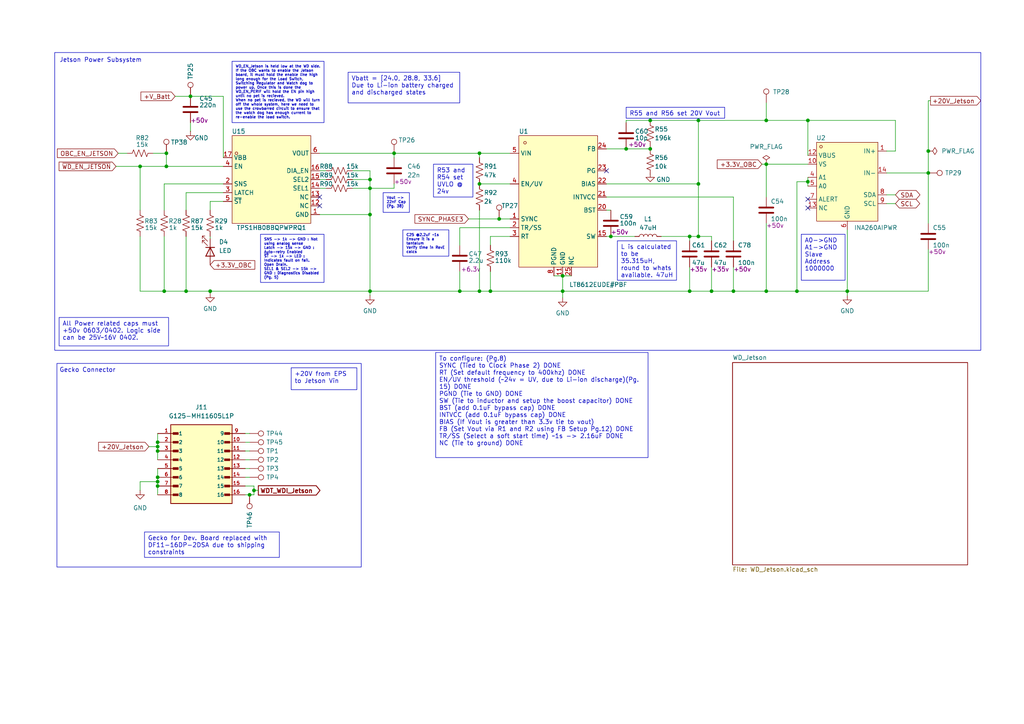
<source format=kicad_sch>
(kicad_sch (version 20250114) (generator "eeschema") (generator_version "9.0")
  (paper "A4")
  (lib_symbols
    (symbol "Device:C" (pin_numbers (hide yes)) (pin_names (offset 0.254))
      (property "Reference" "C" (at 0.635 2.54 0))
      (property "Value" "C" (at 0.635 -2.54 0))
      (symbol "C_0_1"
        (polyline (pts (xy -2.032 0.762) (xy 2.032 0.762)) (stroke (width 0.508)))
        (polyline (pts (xy -2.032 -0.762) (xy 2.032 -0.762)) (stroke (width 0.508)))
      )
      (symbol "C_1_1"
        (pin passive line (at 0 3.81 270) (length 2.794) (name "~") (number "1"))
        (pin passive line (at 0 -3.81 90) (length 2.794) (name "~") (number "2"))
      )
    )
    (symbol "Device:L" (pin_numbers (hide yes)) (pin_names (offset 1.016) (hide yes))
      (property "Reference" "L" (at -1.27 0 90))
      (property "Value" "L" (at 1.905 0 90))
      (symbol "L_0_1"
        (arc (start 0 2.54) (mid 0.6323 1.905) (end 0 1.27))
        (arc (start 0 1.27) (mid 0.6323 0.635) (end 0 0))
        (arc (start 0 0) (mid 0.6323 -0.635) (end 0 -1.27))
        (arc (start 0 -1.27) (mid 0.6323 -1.905) (end 0 -2.54))
      )
      (symbol "L_1_1"
        (pin passive line (at 0 3.81 270) (length 1.27) (name "1") (number "1"))
        (pin passive line (at 0 -3.81 90) (length 1.27) (name "2") (number "2"))
      )
    )
    (symbol "Device:LED" (pin_numbers (hide yes)) (pin_names (offset 1.016) (hide yes))
      (property "Reference" "D" (at 0 2.54 0))
      (property "Value" "LED" (at 0 -2.54 0))
      (symbol "LED_0_1"
        (polyline (pts (xy -3.048 -0.762) (xy -4.572 -2.286) (xy -3.81 -2.286) (xy -4.572 -2.286) (xy -4.572 -1.524)))
        (polyline (pts (xy -1.778 -0.762) (xy -3.302 -2.286) (xy -2.54 -2.286) (xy -3.302 -2.286) (xy -3.302 -1.524)))
        (polyline (pts (xy -1.27 0) (xy 1.27 0)))
        (polyline (pts (xy -1.27 -1.27) (xy -1.27 1.27)) (stroke (width 0.254)))
        (polyline (pts (xy 1.27 -1.27) (xy 1.27 1.27) (xy -1.27 0) (xy 1.27 -1.27)) (stroke (width 0.254)))
      )
      (symbol "LED_1_1"
        (pin passive line (at -3.81 0 0) (length 2.54) (name "K") (number "1"))
        (pin passive line (at 3.81 0 180) (length 2.54) (name "A") (number "2"))
      )
    )
    (symbol "Device:R_US" (pin_numbers (hide yes)) (pin_names (offset 0))
      (property "Reference" "R" (at 2.54 0 90))
      (property "Value" "R_US" (at -2.54 0 90))
      (symbol "R_US_0_1"
        (polyline (pts (xy 0 2.286) (xy 0 2.54)))
        (polyline (pts (xy 0 2.286) (xy 1.016 1.905) (xy 0 1.524) (xy -1.016 1.143) (xy 0 0.762)))
        (polyline (pts (xy 0 0.762) (xy 1.016 0.381) (xy 0 0) (xy -1.016 -0.381) (xy 0 -0.762)))
        (polyline (pts (xy 0 -0.762) (xy 1.016 -1.143) (xy 0 -1.524) (xy -1.016 -1.905) (xy 0 -2.286)))
        (polyline (pts (xy 0 -2.286) (xy 0 -2.54)))
      )
      (symbol "R_US_1_1"
        (pin passive line (at 0 3.81 270) (length 1.27) (name "~") (number "1"))
        (pin passive line (at 0 -3.81 90) (length 1.27) (name "~") (number "2"))
      )
    )
    (symbol "EPS:G125-MH11605L1P" (pin_names (offset 1.016))
      (property "Reference" "J" (at -9.39 12.7 0))
      (property "Value" "G125-MH11605L1P" (at -8.89 -12.7 0))
      (symbol "G125-MH11605L1P_0_0"
        (rectangle (start -8.89 -10.16) (end 8.89 12.7) (stroke (width 0.254)) (fill (type background)))
        (rectangle (start -8.255 9.8425) (end -6.6675 10.4775) (stroke (width 0.1)) (fill (type outline)))
        (rectangle (start -8.255 7.3025) (end -6.6675 7.9375) (stroke (width 0.1)) (fill (type outline)))
        (rectangle (start -8.255 4.7625) (end -6.6675 5.3975) (stroke (width 0.1)) (fill (type outline)))
        (rectangle (start -8.255 2.2225) (end -6.6675 2.8575) (stroke (width 0.1)) (fill (type outline)))
        (rectangle (start -8.255 -0.3175) (end -6.6675 0.3175) (stroke (width 0.1)) (fill (type outline)))
        (rectangle (start -8.255 -2.8575) (end -6.6675 -2.2225) (stroke (width 0.1)) (fill (type outline)))
        (rectangle (start -8.255 -5.3975) (end -6.6675 -4.7625) (stroke (width 0.1)) (fill (type outline)))
        (rectangle (start -8.255 -7.9375) (end -6.6675 -7.3025) (stroke (width 0.1)) (fill (type outline)))
        (rectangle (start 8.255 9.8425) (end 6.6675 10.4775) (stroke (width 0.1)) (fill (type outline)))
        (rectangle (start 8.255 7.3025) (end 6.6675 7.9375) (stroke (width 0.1)) (fill (type outline)))
        (rectangle (start 8.255 4.7625) (end 6.6675 5.3975) (stroke (width 0.1)) (fill (type outline)))
        (rectangle (start 8.255 2.2225) (end 6.6675 2.8575) (stroke (width 0.1)) (fill (type outline)))
        (rectangle (start 8.255 -0.3175) (end 6.6675 0.3175) (stroke (width 0.1)) (fill (type outline)))
        (rectangle (start 8.255 -2.8575) (end 6.6675 -2.2225) (stroke (width 0.1)) (fill (type outline)))
        (rectangle (start 8.255 -5.3975) (end 6.6675 -4.7625) (stroke (width 0.1)) (fill (type outline)))
        (rectangle (start 8.255 -7.9375) (end 6.6675 -7.3025) (stroke (width 0.1)) (fill (type outline)))
        (pin passive line (at -12.7 10.16 0) (length 5.08) (name "1") (number "1"))
        (pin passive line (at -12.7 7.62 0) (length 5.08) (name "2") (number "2"))
        (pin passive line (at -12.7 5.08 0) (length 5.08) (name "3") (number "3"))
        (pin passive line (at -12.7 2.54 0) (length 5.08) (name "4") (number "4"))
        (pin passive line (at -12.7 0 0) (length 5.08) (name "5") (number "5"))
        (pin passive line (at -12.7 -2.54 0) (length 5.08) (name "6") (number "6"))
        (pin passive line (at -12.7 -5.08 0) (length 5.08) (name "7") (number "7"))
        (pin passive line (at -12.7 -7.62 0) (length 5.08) (name "8") (number "8"))
        (pin passive line (at 12.7 10.16 180) (length 5.08) (name "9") (number "9"))
        (pin passive line (at 12.7 7.62 180) (length 5.08) (name "10") (number "10"))
        (pin passive line (at 12.7 5.08 180) (length 5.08) (name "11") (number "11"))
        (pin passive line (at 12.7 2.54 180) (length 5.08) (name "12") (number "12"))
        (pin passive line (at 12.7 0 180) (length 5.08) (name "13") (number "13"))
        (pin passive line (at 12.7 -2.54 180) (length 5.08) (name "14") (number "14"))
        (pin passive line (at 12.7 -5.08 180) (length 5.08) (name "15") (number "15"))
        (pin passive line (at 12.7 -7.62 180) (length 5.08) (name "16") (number "16"))
      )
    )
    (symbol "EPS:INA260AIPWR"
      (property "Reference" "U" (at 0 13.97 0))
      (property "Value" "INA260AIPWR" (at 8.128 -12.954 0))
      (symbol "INA260AIPWR_0_1"
        (rectangle (start -8.89 11.43) (end 8.89 -11.43) (fill (type background)))
        (circle (center -7.62 10.16) (radius 0.38))
      )
      (symbol "INA260AIPWR_1_1"
        (pin passive line (at -11.43 7.62 0) (length 2.54) (name "VBUS") (number "12"))
        (pin passive line (at -11.43 5.08 0) (length 2.54) (name "VS") (number "10"))
        (pin passive line (at -11.43 1.27 0) (length 2.54) (name "A1") (number "4"))
        (pin passive line (at -11.43 -1.27 0) (length 2.54) (name "A0") (number "5"))
        (pin passive line (at -11.43 -5.08 0) (length 2.54) (name "ALERT") (number "7"))
        (pin passive line (at -11.43 -7.62 0) (length 2.54) (name "NC") (number "13"))
        (pin passive line (at 0 -13.97 90) (length 2.54) (name "GND") (number "6"))
        (pin passive line (at 11.43 8.89 180) (length 2.54) (name "IN+") (number "1"))
        (pin passive line (at 11.43 2.54 180) (length 2.54) (name "IN-") (number "14"))
        (pin passive line (at 11.43 -3.81 180) (length 2.54) (name "SDA") (number "8"))
        (pin passive line (at 11.43 -6.35 180) (length 2.54) (name "SCL") (number "9"))
      )
    )
    (symbol "EPS:LT8612EUDE#PBF"
      (property "Reference" "U" (at -1.27 24.13 0))
      (property "Value" "LT8612EUDE#PBF" (at 0 -29.21 0))
      (symbol "LT8612EUDE#PBF_0_1"
        (rectangle (start -11.43 16.51) (end 11.43 -21.59) (fill (type background)))
        (circle (center -9.652 14.478) (radius 0.38))
      )
      (symbol "LT8612EUDE#PBF_1_1"
        (pin passive line (at -13.97 11.43 0) (length 2.54) (name "VIN") (number "5"))
        (pin passive line (at -13.97 2.54 0) (length 2.54) (name "EN/UV") (number "4"))
        (pin passive line (at -13.97 -7.62 0) (length 2.54) (name "SYNC") (number "1"))
        (pin passive line (at -13.97 -10.16 0) (length 2.54) (name "TR/SS") (number "2"))
        (pin passive line (at -13.97 -12.7 0) (length 2.54) (name "RT") (number "3"))
        (pin passive line (at -1.27 -24.13 90) (length 2.54) (name "PGND") (number "8"))
        (pin passive line (at 1.27 -24.13 90) (length 2.54) (name "GND") (number "11"))
        (pin passive line (at 3.81 -24.13 90) (length 2.54) (name "NC") (number "25"))
        (pin passive line (at 13.97 12.7 180) (length 2.54) (name "FB") (number "24"))
        (pin passive line (at 13.97 6.35 180) (length 2.54) (name "PG") (number "23"))
        (pin passive line (at 13.97 2.54 180) (length 2.54) (name "BIAS") (number "22"))
        (pin passive line (at 13.97 -1.27 180) (length 2.54) (name "INTVCC") (number "21"))
        (pin passive line (at 13.97 -5.08 180) (length 2.54) (name "BST") (number "20"))
        (pin passive line (at 13.97 -12.7 180) (length 2.54) (name "SW") (number "15"))
      )
    )
    (symbol "EPS:TPS1HB08BQPWPRQ1"
      (property "Reference" "U" (at 0 15.24 0))
      (property "Value" "TPS1HB08BQPWPRQ1" (at 0 -15.24 0))
      (symbol "TPS1HB08BQPWPRQ1_0_1"
        (rectangle (start -11.43 12.7) (end 11.43 -12.7) (fill (type background)))
        (circle (center -10.16 7.62) (radius 0.38))
      )
      (symbol "TPS1HB08BQPWPRQ1_1_1"
        (pin passive line (at -13.97 6.35 0) (length 2.54) (name "VBB") (number "17"))
        (pin passive line (at -13.97 3.81 0) (length 2.54) (name "EN") (number "4"))
        (pin passive line (at -13.97 -1.27 0) (length 2.54) (name "SNS") (number "2"))
        (pin passive line (at -13.97 -3.81 0) (length 2.54) (name "LATCH") (number "3"))
        (pin passive line (at -13.97 -6.35 0) (length 2.54) (name "~{ST}") (number "5"))
        (pin passive line (at 13.97 7.62 180) (length 2.54) (name "VOUT") (number "6"))
        (pin passive line (at 13.97 2.54 180) (length 2.54) (name "DIA_EN") (number "16"))
        (pin passive line (at 13.97 0 180) (length 2.54) (name "SEL2") (number "15"))
        (pin passive line (at 13.97 -2.54 180) (length 2.54) (name "SEL1") (number "14"))
        (pin passive line (at 13.97 -5.08 180) (length 2.54) (name "NC") (number "13"))
        (pin passive line (at 13.97 -7.62 180) (length 2.54) (name "NC") (number "12"))
        (pin passive line (at 13.97 -10.16 180) (length 2.54) (name "GND") (number "1"))
      )
    )
    (symbol "EPS:TestPoint" (pin_numbers (hide yes)) (pin_names (offset 0.762) (hide yes))
      (property "Reference" "TP" (at 0 6.858 0))
      (property "Value" "TestPoint" (at 0 5.08 0))
      (symbol "TestPoint_0_1"
        (circle (center 0 3.302) (radius 0.762))
      )
      (symbol "TestPoint_1_1"
        (pin passive line (at 0 0 90) (length 2.54) (name "1") (number "1"))
      )
    )
    (symbol "power:GND" (power) (pin_numbers (hide yes)) (pin_names (offset 0) (hide yes))
      (property "Value" "GND" (at 0 -3.81 0))
      (symbol "GND_0_1"
        (polyline (pts (xy 0 0) (xy 0 -1.27) (xy 1.27 -1.27) (xy 0 -2.54) (xy -1.27 -1.27) (xy 0 -1.27)))
      )
      (symbol "GND_1_1"
        (pin power_in line (at 0 0 270) (length 0) (name "~") (number "1"))
      )
    )
    (symbol "power:PWR_FLAG" (power) (pin_numbers (hide yes)) (pin_names (offset 0) (hide yes))
      (property "Value" "PWR_FLAG" (at 0 3.81 0))
      (symbol "PWR_FLAG_0_0"
        (pin power_out line (at 0 0 90) (length 0) (name "~") (number "1"))
      )
      (symbol "PWR_FLAG_0_1"
        (polyline (pts (xy 0 0) (xy 0 1.27) (xy -1.016 1.905) (xy 0 2.54) (xy 1.016 1.905) (xy 0 1.27)))
      )
    )
  )
  (rectangle (start 15.875 15.24) (end 284.48 101.6))
  (rectangle (start 16.51 105.41) (end 104.775 164.465))
  (text "Jetson Power Subsystem" (at 29.21 17.526 0) (effects (font (size 1.27 1.27))))
  (text "Gecko Connector" (at 25.4 107.442 0) (effects (font (size 1.27 1.27))))
  (text_box "Gecko for Dev. Board replaced with DF11-16DP-2DSA due to shipping constraints" (at 41.91 154.305 0) (size 39.116 7.366) (margins 0.9525 0.9525 0.9525 0.9525) (effects (font (size 1.27 1.27)) (justify left top)))
  (text_box "C25 @2.2uF ~1s\nEnsure it is a tantalum\nVerify time in RevE calcs" (at 116.84 66.675 0) (size 13.335 7.62) (margins 0.9525 0.9525 0.9525 0.9525) (effects (font (size 0.762 0.762)) (justify left top)))
  (text_box "To configure: (Pg.8)\nSYNC (Tied to Clock Phase 2) DONE\nRT (Set default frequency to 400khz) DONE\nEN/UV threshold (~24v = UV, due to Li-ion discharge)(Pg. 15) DONE\nPGND (Tie to GND) DONE\nSW (Tie to inductor and setup the boost capacitor) DONE\nBST (add 0.1uF bypass cap) DONE\nINTVCC (add 0.1uF bypass cap) DONE\nBIAS (If Vout is greater than 3.3v tie to vout)\nFB (Set Vout via R1 and R2 using FB Setup Pg.12) DONE\nTR/SS (Select a soft start time) ~1s -> 2.16uF DONE\nNC (Tie to ground) DONE" (at 126.365 102.235 0) (size 61.595 30.48) (margins 0.9525 0.9525 0.9525 0.9525) (effects (font (size 1.27 1.27)) (justify left top)))
  (text_box "SNS -> 1k -> GND : Not using analog sense\nLatch -> 15k -> GND : Auto-retry Enabled\n~{ST} -> 1k -> LED : Indicates fault on fail. Open Drain.\nSEL1 & SEL2 -> 15k -> GND : Diagnostics Disabled\n(Pg. 5)" (at 75.565 67.945 0) (size 18.415 13.97) (margins 0.9525 0.9525 0.9525 0.9525) (effects (font (size 0.762 0.762)) (justify left top)))
  (text_box "R53 and R54 set UVLO @ 24v" (at 125.73 47.625 0) (size 11.43 9.525) (margins 0.9525 0.9525 0.9525 0.9525) (effects (font (size 1.27 1.27)) (justify left top)))
  (text_box "R55 and R56 set 20V Vout" (at 181.61 31.115 0) (size 28.575 3.175) (margins 0.9525 0.9525 0.9525 0.9525) (effects (font (size 1.27 1.27)) (justify left top)))
  (text_box "A0->GND\nA1->GND\nSlave Address\n1000000" (at 232.41 67.945 0) (size 12.7 13.335) (margins 0.9525 0.9525 0.9525 0.9525) (effects (font (size 1.27 1.27)) (justify left top)))
  (text_box "Vout -> 22nF Cap\n(Pg. 38)" (at 111.125 55.88 0) (size 7.62 5.715) (margins 0.9525 0.9525 0.9525 0.9525) (effects (font (size 0.762 0.762)) (justify left top)))
  (text_box "Vbatt = [24.0, 28.8, 33.6] Due to Li-ion battery charged and discharged states" (at 100.965 20.955 0) (size 32.385 8.89) (margins 0.9525 0.9525 0.9525 0.9525) (effects (font (size 1.27 1.27)) (justify left top)))
  (text_box "WD_EN_Jetson is held low at the WD side. If the OBC wants to enable the Jetson board, it must hold the enable line high long enough for the Load Switch, Switching Regulator and Watch dog to power up. Once this is done the WD_EN_PERIF will hold the EN pin high until no pet is recieved.\nWhen no pet is recieved, the WD will turn off the whole system, here we need to use the crowbarred circuit to ensure that the watch dog has enough current to re-enable the load switch." (at 67.31 17.78 0) (size 26.67 17.78) (margins 0.9525 0.9525 0.9525 0.9525) (effects (font (size 0.762 0.762)) (justify left top)))
  (text_box "All Power related caps must +50v 0603/0402. Logic side can be 25V~16V 0402." (at 17.145 92.075 0) (size 31.75 8.255) (margins 0.9525 0.9525 0.9525 0.9525) (effects (font (size 1.27 1.27)) (justify left top)))
  (text_box "L is calculated to be 35.315uH, round to whats available. 47uH" (at 179.07 69.85 0) (size 17.145 11.43) (margins 0.9525 0.9525 0.9525 0.9525) (effects (font (size 1.27 1.27)) (justify left top)))
  (text_box "+20V from EPS to Jetson Vin" (at 84.455 106.68 0) (size 19.05 6.35) (margins 0.9525 0.9525 0.9525 0.9525) (effects (font (size 1.27 1.27)) (justify left top)))
  (junction (at 48.26 44.45))
  (junction (at 142.24 84.455))
  (junction (at 48.26 48.26))
  (junction (at 45.72 128.27))
  (junction (at 206.375 84.455))
  (junction (at 222.25 47.625))
  (junction (at 72.39 143.51))
  (junction (at 47.625 84.455))
  (junction (at 73.66 142.24))
  (junction (at 202.565 53.34))
  (junction (at 45.72 138.43))
  (junction (at 212.725 84.455))
  (junction (at 139.065 53.34))
  (junction (at 200.025 68.58))
  (junction (at 139.065 44.45))
  (junction (at 269.24 43.815))
  (junction (at 45.72 130.81))
  (junction (at 45.72 139.7))
  (junction (at 163.195 84.455))
  (junction (at 202.565 68.58))
  (junction (at 107.315 62.23))
  (junction (at 222.25 34.925))
  (junction (at 163.195 80.01))
  (junction (at 55.245 27.94))
  (junction (at 222.25 84.455))
  (junction (at 107.315 54.61))
  (junction (at 231.14 84.455))
  (junction (at 40.64 48.26))
  (junction (at 114.3 44.45))
  (junction (at 133.35 84.455))
  (junction (at 269.24 50.165))
  (junction (at 188.595 43.18))
  (junction (at 107.315 52.07))
  (junction (at 200.025 84.455))
  (junction (at 188.595 34.925))
  (junction (at 144.78 63.5))
  (junction (at 45.72 140.97))
  (junction (at 234.315 34.925))
  (junction (at 60.96 84.455))
  (junction (at 177.165 68.58))
  (junction (at 139.065 84.455))
  (junction (at 181.61 43.18))
  (junction (at 234.315 52.705))
  (junction (at 53.975 84.455))
  (junction (at 45.72 129.54))
  (junction (at 107.315 84.455))
  (junction (at 202.565 34.925))
  (junction (at 245.745 84.455))
  (no_connect (at 92.71 57.15))
  (no_connect (at 175.895 49.53))
  (no_connect (at 234.315 60.325))
  (no_connect (at 92.71 59.69))
  (no_connect (at 234.315 57.785))
  (wire (pts (xy 269.24 29.21) (xy 269.24 43.815)))
  (wire (pts (xy 222.25 64.77) (xy 222.25 84.455)))
  (wire (pts (xy 53.975 84.455) (xy 60.96 84.455)))
  (wire (pts (xy 202.565 68.58) (xy 206.375 68.58)))
  (wire (pts (xy 64.77 53.34) (xy 47.625 53.34)))
  (wire (pts (xy 92.71 54.61) (xy 94.615 54.61)))
  (wire (pts (xy 259.715 43.815) (xy 257.175 43.815)))
  (wire (pts (xy 45.72 129.54) (xy 45.72 130.81)))
  (wire (pts (xy 175.895 57.15) (xy 212.725 57.15)))
  (wire (pts (xy 40.64 84.455) (xy 47.625 84.455)))
  (wire (pts (xy 259.715 59.055) (xy 257.175 59.055)))
  (wire (pts (xy 259.715 34.925) (xy 259.715 43.815)))
  (wire (pts (xy 202.565 34.925) (xy 202.565 53.34)))
  (wire (pts (xy 48.26 48.26) (xy 64.77 48.26)))
  (wire (pts (xy 220.98 47.625) (xy 222.25 47.625)))
  (wire (pts (xy 212.725 84.455) (xy 222.25 84.455)))
  (wire (pts (xy 245.745 84.455) (xy 269.24 84.455)))
  (wire (pts (xy 47.625 84.455) (xy 53.975 84.455)))
  (wire (pts (xy 234.315 52.705) (xy 234.315 53.975)))
  (wire (pts (xy 45.72 125.73) (xy 45.72 128.27)))
  (wire (pts (xy 33.655 48.26) (xy 40.64 48.26)))
  (wire (pts (xy 142.24 84.455) (xy 163.195 84.455)))
  (wire (pts (xy 73.66 142.24) (xy 74.93 142.24)))
  (wire (pts (xy 163.195 84.455) (xy 163.195 80.01)))
  (wire (pts (xy 60.96 68.58) (xy 60.96 69.215)))
  (wire (pts (xy 92.71 52.07) (xy 94.615 52.07)))
  (wire (pts (xy 188.595 42.545) (xy 188.595 43.18)))
  (wire (pts (xy 107.315 62.23) (xy 107.315 84.455)))
  (wire (pts (xy 212.725 77.47) (xy 212.725 84.455)))
  (wire (pts (xy 45.72 130.81) (xy 45.72 133.35)))
  (wire (pts (xy 234.315 34.925) (xy 259.715 34.925)))
  (wire (pts (xy 163.195 84.455) (xy 163.195 86.36)))
  (wire (pts (xy 188.595 50.165) (xy 188.595 50.8)))
  (wire (pts (xy 55.245 27.94) (xy 50.8 27.94)))
  (wire (pts (xy 257.175 50.165) (xy 269.24 50.165)))
  (wire (pts (xy 107.315 84.455) (xy 133.35 84.455)))
  (wire (pts (xy 45.72 135.89) (xy 45.72 138.43)))
  (wire (pts (xy 202.565 34.925) (xy 222.25 34.925)))
  (wire (pts (xy 133.35 84.455) (xy 139.065 84.455)))
  (wire (pts (xy 142.24 68.58) (xy 147.955 68.58)))
  (wire (pts (xy 269.24 50.165) (xy 269.24 64.77)))
  (wire (pts (xy 142.24 84.455) (xy 142.24 78.74)))
  (wire (pts (xy 72.39 128.27) (xy 71.12 128.27)))
  (wire (pts (xy 36.83 44.45) (xy 34.29 44.45)))
  (wire (pts (xy 234.315 51.435) (xy 234.315 52.705)))
  (wire (pts (xy 139.065 84.455) (xy 142.24 84.455)))
  (wire (pts (xy 181.61 34.925) (xy 181.61 35.56)))
  (wire (pts (xy 114.3 44.45) (xy 114.3 45.72)))
  (wire (pts (xy 177.165 68.58) (xy 184.15 68.58)))
  (wire (pts (xy 245.745 84.455) (xy 245.745 85.725)))
  (wire (pts (xy 133.35 66.04) (xy 133.35 71.12)))
  (wire (pts (xy 107.315 49.53) (xy 107.315 52.07)))
  (wire (pts (xy 200.025 84.455) (xy 206.375 84.455)))
  (wire (pts (xy 71.12 130.81) (xy 72.39 130.81)))
  (wire (pts (xy 175.895 53.34) (xy 202.565 53.34)))
  (wire (pts (xy 269.24 43.815) (xy 269.24 50.165)))
  (wire (pts (xy 92.71 49.53) (xy 94.615 49.53)))
  (wire (pts (xy 175.895 43.18) (xy 181.61 43.18)))
  (wire (pts (xy 200.025 68.58) (xy 202.565 68.58)))
  (wire (pts (xy 142.24 68.58) (xy 142.24 71.12)))
  (wire (pts (xy 64.77 27.94) (xy 64.77 45.72)))
  (wire (pts (xy 114.3 54.61) (xy 114.3 53.34)))
  (wire (pts (xy 175.895 60.96) (xy 177.165 60.96)))
  (wire (pts (xy 144.78 63.5) (xy 147.955 63.5)))
  (wire (pts (xy 107.315 54.61) (xy 114.3 54.61)))
  (wire (pts (xy 45.72 140.97) (xy 45.72 143.51)))
  (wire (pts (xy 181.61 43.18) (xy 188.595 43.18)))
  (wire (pts (xy 163.195 84.455) (xy 200.025 84.455)))
  (wire (pts (xy 102.235 49.53) (xy 107.315 49.53)))
  (wire (pts (xy 200.025 84.455) (xy 200.025 77.47)))
  (wire (pts (xy 222.25 84.455) (xy 231.14 84.455)))
  (wire (pts (xy 73.66 143.51) (xy 72.39 143.51)))
  (wire (pts (xy 73.66 142.24) (xy 73.66 143.51)))
  (wire (pts (xy 188.595 34.925) (xy 202.565 34.925)))
  (wire (pts (xy 102.235 52.07) (xy 107.315 52.07)))
  (wire (pts (xy 55.245 27.94) (xy 64.77 27.94)))
  (wire (pts (xy 107.315 84.455) (xy 107.315 85.725)))
  (wire (pts (xy 222.25 34.925) (xy 234.315 34.925)))
  (wire (pts (xy 222.25 47.625) (xy 222.25 57.15)))
  (wire (pts (xy 71.12 135.89) (xy 72.39 135.89)))
  (wire (pts (xy 71.12 138.43) (xy 72.39 138.43)))
  (wire (pts (xy 231.14 52.705) (xy 231.14 84.455)))
  (wire (pts (xy 40.64 48.26) (xy 48.26 48.26)))
  (wire (pts (xy 72.39 125.73) (xy 71.12 125.73)))
  (wire (pts (xy 71.12 140.97) (xy 73.66 140.97)))
  (wire (pts (xy 163.195 80.01) (xy 165.735 80.01)))
  (wire (pts (xy 107.315 54.61) (xy 107.315 62.23)))
  (wire (pts (xy 47.625 68.58) (xy 47.625 84.455)))
  (wire (pts (xy 114.3 44.45) (xy 139.065 44.45)))
  (wire (pts (xy 231.14 84.455) (xy 245.745 84.455)))
  (wire (pts (xy 102.235 54.61) (xy 107.315 54.61)))
  (wire (pts (xy 43.18 129.54) (xy 45.72 129.54)))
  (wire (pts (xy 60.96 84.455) (xy 60.96 85.09)))
  (wire (pts (xy 45.72 138.43) (xy 45.72 139.7)))
  (wire (pts (xy 202.565 53.34) (xy 202.565 68.58)))
  (wire (pts (xy 44.45 44.45) (xy 48.26 44.45)))
  (wire (pts (xy 206.375 84.455) (xy 212.725 84.455)))
  (wire (pts (xy 139.065 53.34) (xy 147.955 53.34)))
  (wire (pts (xy 45.72 139.7) (xy 45.72 140.97)))
  (wire (pts (xy 222.25 34.925) (xy 222.25 29.845)))
  (wire (pts (xy 222.25 47.625) (xy 234.315 47.625)))
  (wire (pts (xy 139.065 45.72) (xy 139.065 44.45)))
  (wire (pts (xy 40.64 139.7) (xy 40.64 142.24)))
  (wire (pts (xy 73.66 140.97) (xy 73.66 142.24)))
  (wire (pts (xy 160.655 80.01) (xy 163.195 80.01)))
  (wire (pts (xy 175.895 68.58) (xy 177.165 68.58)))
  (wire (pts (xy 40.64 60.96) (xy 40.64 48.26)))
  (wire (pts (xy 212.725 57.15) (xy 212.725 69.85)))
  (wire (pts (xy 53.975 68.58) (xy 53.975 84.455)))
  (wire (pts (xy 269.24 84.455) (xy 269.24 72.39)))
  (wire (pts (xy 133.35 66.04) (xy 147.955 66.04)))
  (wire (pts (xy 71.12 133.35) (xy 72.39 133.35)))
  (wire (pts (xy 200.025 68.58) (xy 200.025 69.85)))
  (wire (pts (xy 191.77 68.58) (xy 200.025 68.58)))
  (wire (pts (xy 234.315 45.085) (xy 234.315 34.925)))
  (wire (pts (xy 48.26 44.45) (xy 48.26 48.26)))
  (wire (pts (xy 55.245 35.56) (xy 55.245 38.1)))
  (wire (pts (xy 53.975 60.96) (xy 53.975 55.88)))
  (wire (pts (xy 139.065 60.96) (xy 139.065 84.455)))
  (wire (pts (xy 71.12 143.51) (xy 72.39 143.51)))
  (wire (pts (xy 234.315 52.705) (xy 231.14 52.705)))
  (wire (pts (xy 60.96 58.42) (xy 64.77 58.42)))
  (wire (pts (xy 40.64 139.7) (xy 45.72 139.7)))
  (wire (pts (xy 269.875 29.21) (xy 269.24 29.21)))
  (wire (pts (xy 245.745 66.675) (xy 245.745 84.455)))
  (wire (pts (xy 92.71 44.45) (xy 114.3 44.45)))
  (wire (pts (xy 60.96 58.42) (xy 60.96 60.96)))
  (wire (pts (xy 92.71 62.23) (xy 107.315 62.23)))
  (wire (pts (xy 133.35 78.74) (xy 133.35 84.455)))
  (wire (pts (xy 206.375 68.58) (xy 206.375 69.85)))
  (wire (pts (xy 60.96 84.455) (xy 107.315 84.455)))
  (wire (pts (xy 53.975 55.88) (xy 64.77 55.88)))
  (wire (pts (xy 40.64 68.58) (xy 40.64 84.455)))
  (wire (pts (xy 139.065 44.45) (xy 147.955 44.45)))
  (wire (pts (xy 107.315 52.07) (xy 107.315 54.61)))
  (wire (pts (xy 188.595 34.925) (xy 181.61 34.925)))
  (wire (pts (xy 259.715 56.515) (xy 257.175 56.515)))
  (wire (pts (xy 45.72 128.27) (xy 45.72 129.54)))
  (wire (pts (xy 135.89 63.5) (xy 144.78 63.5)))
  (wire (pts (xy 206.375 77.47) (xy 206.375 84.455)))
  (wire (pts (xy 47.625 53.34) (xy 47.625 60.96)))
  (global_label "+3.3V_OBC" (shape input) (at 220.98 47.625 180) (property "Intersheetrefs" "${INTERSHEET_REFS}" (effects (hide yes))))
  (global_label "SYNC_PHASE3" (shape input) (at 135.89 63.5 180) (property "Intersheetrefs" "${INTERSHEET_REFS}" (effects (hide yes))))
  (global_label "SDA" (shape bidirectional) (at 259.715 56.515 0) (property "Intersheetrefs" "${INTERSHEET_REFS}" (effects (hide yes))))
  (global_label "SCL" (shape bidirectional) (at 259.715 59.055 0) (property "Intersheetrefs" "${INTERSHEET_REFS}" (effects (hide yes))))
  (global_label "+20V_Jetson" (shape output) (at 269.875 29.21 0) (property "Intersheetrefs" "${INTERSHEET_REFS}" (effects (hide yes))))
  (global_label "WDT_WDI_Jetson" (shape output) (at 74.93 142.24 0) (effects (font (thickness 0.254) (bold yes))) (property "Intersheetrefs" "${INTERSHEET_REFS}" (effects (hide yes))))
  (global_label "~{WD_EN_JETSON}" (shape input) (at 33.655 48.26 180) (property "Intersheetrefs" "${INTERSHEET_REFS}" (effects (hide yes))))
  (global_label "+20V_Jetson" (shape input) (at 43.18 129.54 180) (property "Intersheetrefs" "${INTERSHEET_REFS}" (effects (hide yes))))
  (global_label "OBC_EN_JETSON" (shape input) (at 34.29 44.45 180) (property "Intersheetrefs" "${INTERSHEET_REFS}" (effects (hide yes))))
  (global_label "+3.3V_OBC" (shape input) (at 60.96 76.835 0) (property "Intersheetrefs" "${INTERSHEET_REFS}" (effects (hide yes))))
  (global_label "+V_Batt" (shape input) (at 50.8 27.94 180) (property "Intersheetrefs" "${INTERSHEET_REFS}" (effects (hide yes))))
  (symbol (lib_id "EPS:TestPoint") (at 72.39 143.51 180) (unit 1)
    (property "Reference" "TP46" (at 72.39 148.336 90) (effects (justify left)))
    (property "Value" "TestPoint" (effects (hide yes)))
    (property "Footprint" "TestPoint:TestPoint_Pad_1.0x1.0mm" (effects (hide yes)))
    (property "Description" "test point" (effects (hide yes)))
  )
  (symbol (lib_id "power:GND") (at 60.96 85.09 0) (unit 1)
    (property "Reference" "#PWR07" (effects (hide yes)))
    (property "Value" "GND" (at 60.96 89.535 0))
    (property "Description" "Power symbol creates a global label with name \"GND\" , ground" (effects (hide yes)))
  )
  (symbol (lib_id "EPS:G125-MH11605L1P") (at 58.42 135.89 0) (unit 1)
    (property "Reference" "J11" (at 58.42 118.11 0))
    (property "Value" "G125-MH11605L1P" (at 58.42 120.65 0))
    (property "Footprint" "EPS:HARWIN_G125-MH11605L1P" (effects (hide yes)))
    (property "MANUFACTURER" "HARWIN" (effects (hide yes)))
  )
  (symbol (lib_id "power:PWR_FLAG") (at 269.24 43.815 270) (unit 1)
    (property "Reference" "#FLG06" (effects (hide yes)))
    (property "Value" "PWR_FLAG" (at 273.05 43.8149 90) (effects (justify left)))
    (property "Description" "Special symbol for telling ERC where power comes from" (effects (hide yes)))
  )
  (symbol (lib_id "Device:R_US") (at 98.425 52.07 90) (unit 1)
    (property "Reference" "R89" (at 94.615 50.8 90))
    (property "Value" "15k" (at 102.235 50.8 90))
    (property "Footprint" "EPS:R0402" (effects (hide yes)))
    (property "Description" "Resistor, US symbol" (effects (hide yes)))
    (property "LCSC" "C114761" (effects (hide yes)))
  )
  (symbol (lib_id "Device:C") (at 206.375 73.66 0) (unit 1)
    (property "Reference" "C62" (at 207.01 71.12 0) (effects (justify left)))
    (property "Value" "47u" (at 207.01 76.2 0) (effects (justify left)))
    (property "Footprint" "EPS:CAP-SMD_L7.3-W4.3-FD" (effects (hide yes)))
    (property "Description" "Unpolarized capacitor" (effects (hide yes)))
    (property "Voltage Rating" "+35v" (at 208.915 78.105 0))
    (property "LCSC" "C87110" (effects (hide yes)))
  )
  (symbol (lib_id "power:PWR_FLAG") (at 222.25 47.625 0) (unit 1)
    (property "Reference" "#FLG010" (effects (hide yes)))
    (property "Value" "PWR_FLAG" (at 222.25 42.545 0))
    (property "Description" "Special symbol for telling ERC where power comes from" (effects (hide yes)))
  )
  (symbol (lib_id "Device:C") (at 114.3 49.53 0) (unit 1)
    (property "Reference" "C46" (at 118.11 48.2599 0) (effects (justify left)))
    (property "Value" "22n" (at 118.11 50.7999 0) (effects (justify left)))
    (property "Footprint" "EPS:C0402" (effects (hide yes)))
    (property "Description" "Unpolarized capacitor" (effects (hide yes)))
    (property "Voltage Rating" "+50v" (at 116.84 52.705 0))
    (property "LCSC" "C77023" (effects (hide yes)))
  )
  (symbol (lib_id "Device:R_US") (at 139.065 49.53 0) (unit 1)
    (property "Reference" "R91" (at 140.335 48.26 0) (effects (justify left)))
    (property "Value" "47k" (at 140.335 50.8 0) (effects (justify left)))
    (property "Footprint" "EPS:R0402" (effects (hide yes)))
    (property "Description" "Resistor, US symbol" (effects (hide yes)))
    (property "LCSC" "C93943" (effects (hide yes)))
  )
  (symbol (lib_id "power:GND") (at 163.195 86.36 0) (unit 1)
    (property "Reference" "#PWR05" (effects (hide yes)))
    (property "Value" "GND" (at 163.195 90.805 0))
    (property "Description" "Power symbol creates a global label with name \"GND\" , ground" (effects (hide yes)))
  )
  (symbol (lib_id "Device:R_US") (at 139.065 57.15 0) (unit 1)
    (property "Reference" "R92" (at 140.335 55.88 0) (effects (justify left)))
    (property "Value" "2k" (at 140.335 58.42 0) (effects (justify left)))
    (property "Footprint" "EPS:R0402" (effects (hide yes)))
    (property "Description" "Resistor, US symbol" (effects (hide yes)))
    (property "LCSC" "C60488" (effects (hide yes)))
  )
  (symbol (lib_id "EPS:LT8612EUDE#PBF") (at 161.925 55.88 0) (unit 1)
    (property "Reference" "U1" (at 150.495 38.1 0) (effects (justify left)))
    (property "Value" "LT8612EUDE#PBF" (at 165.1 82.55 0) (effects (justify left)))
    (property "Footprint" "EPS:QFN-28_L6.0-W3.0-P0.50-BL-EP" (effects (hide yes)))
    (property "Datasheet" "https://jlcpcb.com/api/file/downloadByFileSystemAccessId/8589836477510287360" (effects (hide yes)))
    (property "Description" "42V, 6A, Step Down Regulator" (effects (hide yes)))
    (property "LCSC Part" "C580312" (effects (hide yes)))
  )
  (symbol (lib_id "Device:R_US") (at 188.595 46.99 0) (unit 1)
    (property "Reference" "R56" (at 189.865 45.72 0) (effects (justify left)))
    (property "Value" "10k" (at 189.865 48.26 0) (effects (justify left)))
    (property "Footprint" "EPS:R0402" (effects (hide yes)))
    (property "Description" "Resistor, US symbol" (effects (hide yes)))
    (property "LCSC" "C25531" (effects (hide yes)))
  )
  (symbol (lib_id "EPS:TestPoint") (at 72.39 138.43 270) (unit 1)
    (property "Reference" "TP4" (at 77.216 138.43 90) (effects (justify left)))
    (property "Value" "TestPoint" (effects (hide yes)))
    (property "Footprint" "TestPoint:TestPoint_Pad_1.0x1.0mm" (effects (hide yes)))
    (property "Description" "test point" (effects (hide yes)))
  )
  (symbol (lib_id "EPS:TestPoint") (at 72.39 133.35 270) (unit 1)
    (property "Reference" "TP2" (at 77.216 133.35 90) (effects (justify left)))
    (property "Value" "TestPoint" (effects (hide yes)))
    (property "Footprint" "TestPoint:TestPoint_Pad_1.0x1.0mm" (effects (hide yes)))
    (property "Description" "test point" (effects (hide yes)))
  )
  (symbol (lib_id "EPS:TestPoint") (at 114.3 44.45 0) (unit 1)
    (property "Reference" "TP26" (at 115.57 40.64 0) (effects (justify left)))
    (property "Value" "TestPoint" (effects (hide yes)))
    (property "Footprint" "TestPoint:TestPoint_Pad_1.0x1.0mm" (effects (hide yes)))
    (property "Description" "test point" (effects (hide yes)))
  )
  (symbol (lib_id "Device:C") (at 200.025 73.66 0) (unit 1)
    (property "Reference" "C61" (at 200.66 71.12 0) (effects (justify left)))
    (property "Value" "47u" (at 200.66 76.2 0) (effects (justify left)))
    (property "Footprint" "EPS:CAP-SMD_L7.3-W4.3-FD" (effects (hide yes)))
    (property "Description" "Unpolarized capacitor" (effects (hide yes)))
    (property "Voltage Rating" "+35v" (at 202.565 78.105 0))
    (property "LCSC" "C87110" (effects (hide yes)))
  )
  (symbol (lib_id "Device:C") (at 269.24 68.58 0) (unit 1)
    (property "Reference" "C55" (at 270.51 66.04 0) (effects (justify left)))
    (property "Value" "100n" (at 270.51 71.12 0) (effects (justify left)))
    (property "Footprint" "EPS:C0402" (effects (hide yes)))
    (property "Description" "Unpolarized capacitor" (effects (hide yes)))
    (property "Voltage Rating" "+50v" (at 271.78 73.025 0))
    (property "LCSC" "C85858" (effects (hide yes)))
  )
  (symbol (lib_id "Device:R_US") (at 98.425 54.61 90) (unit 1)
    (property "Reference" "R90" (at 94.615 53.34 90))
    (property "Value" "15k" (at 102.235 53.34 90))
    (property "Footprint" "EPS:R0402" (effects (hide yes)))
    (property "Description" "Resistor, US symbol" (effects (hide yes)))
    (property "LCSC" "C114761" (effects (hide yes)))
  )
  (symbol (lib_id "EPS:INA260AIPWR") (at 245.745 52.705 0) (unit 1)
    (property "Reference" "U2" (at 238.125 40.005 0))
    (property "Value" "INA260AIPWR" (at 254 66.04 0))
    (property "Footprint" "EPS:TSSOP-16_L5.0-W4.4-P0.65-LS6.4-BL-1" (effects (hide yes)))
    (property "Datasheet" "https://www.ti.com/lit/ds/symlink/ina260.pdf?ts=1748375218606&ref_url=https%253A%252F%252Fwww.google.com%252F" (effects (hide yes)))
    (property "Description" "Precision Digital Current and Power Monitor With Low-Drift, Precision Integrated Shunt" (effects (hide yes)))
    (property "LCSC Part" "C2155885" (effects (hide yes)))
  )
  (symbol (lib_id "EPS:TestPoint") (at 144.78 63.5 0) (unit 1)
    (property "Reference" "TP27" (at 145.415 59.69 0) (effects (justify left)))
    (property "Value" "TestPoint" (effects (hide yes)))
    (property "Footprint" "TestPoint:TestPoint_Pad_1.0x1.0mm" (effects (hide yes)))
    (property "Description" "test point" (effects (hide yes)))
  )
  (symbol (lib_id "Device:C") (at 212.725 73.66 0) (unit 1)
    (property "Reference" "C78" (at 213.995 71.12 0) (effects (justify left)))
    (property "Value" "100n" (at 213.995 76.2 0) (effects (justify left)))
    (property "Footprint" "EPS:C0402" (effects (hide yes)))
    (property "Description" "Unpolarized capacitor" (effects (hide yes)))
    (property "Voltage Rating" "+50v" (at 215.265 78.105 0))
    (property "LCSC" "C85858" (effects (hide yes)))
  )
  (symbol (lib_id "EPS:TestPoint") (at 72.39 125.73 270) (unit 1)
    (property "Reference" "TP44" (at 77.216 125.73 90) (effects (justify left)))
    (property "Value" "TestPoint" (effects (hide yes)))
    (property "Footprint" "TestPoint:TestPoint_Pad_1.0x1.0mm" (effects (hide yes)))
    (property "Description" "test point" (effects (hide yes)))
  )
  (symbol (lib_id "Device:L") (at 187.96 68.58 90) (unit 1)
    (property "Reference" "L1" (at 187.96 63.5 90))
    (property "Value" "47uH" (at 187.96 66.04 90))
    (property "Footprint" "EPS:IND-SMD_L10.7-W10.0_ETQP5MXXXX" (effects (hide yes)))
    (property "Description" "Inductor" (effects (hide yes)))
    (property "LCSC" "C409637" (effects (hide yes)))
  )
  (symbol (lib_id "EPS:TestPoint") (at 72.39 135.89 270) (unit 1)
    (property "Reference" "TP3" (at 77.216 135.89 90) (effects (justify left)))
    (property "Value" "TestPoint" (effects (hide yes)))
    (property "Footprint" "TestPoint:TestPoint_Pad_1.0x1.0mm" (effects (hide yes)))
    (property "Description" "test point" (effects (hide yes)))
  )
  (symbol (lib_id "power:GND") (at 107.315 85.725 0) (unit 1)
    (property "Reference" "#PWR03" (effects (hide yes)))
    (property "Value" "GND" (at 107.315 90.17 0))
    (property "Description" "Power symbol creates a global label with name \"GND\" , ground" (effects (hide yes)))
  )
  (symbol (lib_id "power:GND") (at 55.245 38.1 0) (unit 1)
    (property "Reference" "#PWR08" (effects (hide yes)))
    (property "Value" "GND" (at 58.42 40.005 0))
    (property "Description" "Power symbol creates a global label with name \"GND\" , ground" (effects (hide yes)))
  )
  (symbol (lib_id "EPS:TestPoint") (at 55.245 27.94 0) (mirror y) (unit 1)
    (property "Reference" "TP25" (at 55.245 23.114 90) (effects (justify left)))
    (property "Value" "TestPoint" (effects (hide yes)))
    (property "Footprint" "TestPoint:TestPoint_Pad_1.0x1.0mm" (effects (hide yes)))
    (property "Description" "test point" (effects (hide yes)))
  )
  (symbol (lib_id "Device:R_US") (at 40.64 44.45 270) (unit 1)
    (property "Reference" "R82" (at 41.275 40.005 90))
    (property "Value" "15k" (at 41.275 41.91 90))
    (property "Footprint" "EPS:R0402" (effects (hide yes)))
    (property "Description" "Resistor, US symbol" (effects (hide yes)))
    (property "LCSC" "C114761" (effects (hide yes)))
  )
  (symbol (lib_id "Device:R_US") (at 40.64 64.77 0) (unit 1)
    (property "Reference" "R83" (at 43.815 64.135 0))
    (property "Value" "15k" (at 43.815 66.04 0))
    (property "Footprint" "EPS:R0402" (effects (hide yes)))
    (property "Description" "Resistor, US symbol" (effects (hide yes)))
    (property "LCSC" "C114761" (effects (hide yes)))
  )
  (symbol (lib_id "Device:R_US") (at 98.425 49.53 90) (unit 1)
    (property "Reference" "R88" (at 94.615 48.26 90))
    (property "Value" "15k" (at 102.235 48.26 90))
    (property "Footprint" "EPS:R0402" (effects (hide yes)))
    (property "Description" "Resistor, US symbol" (effects (hide yes)))
    (property "LCSC" "C114761" (effects (hide yes)))
  )
  (symbol (lib_id "Device:R_US") (at 47.625 64.77 180) (unit 1)
    (property "Reference" "R28" (at 50.8 64.135 0))
    (property "Value" "1k" (at 50.165 66.04 0))
    (property "Footprint" "EPS:R0402" (effects (hide yes)))
    (property "Description" "Resistor, US symbol" (effects (hide yes)))
    (property "LCSC" "C106235" (effects (hide yes)))
  )
  (symbol (lib_id "Device:C") (at 133.35 74.93 0) (unit 1)
    (property "Reference" "C47" (at 135.89 73.66 0) (effects (justify left)))
    (property "Value" "2.2u" (at 135.89 75.565 0) (effects (justify left)))
    (property "Footprint" "EPS:C0402" (effects (hide yes)))
    (property "Description" "Unpolarized capacitor" (effects (hide yes)))
    (property "LCSC" "C12530" (effects (hide yes)))
    (property "Voltage Rating" "+6.3v" (at 136.525 78.105 0))
  )
  (symbol (lib_id "Device:R_US") (at 188.595 38.735 0) (unit 1)
    (property "Reference" "R55" (at 189.865 37.465 0) (effects (justify left)))
    (property "Value" "196k" (at 189.865 40.005 0) (effects (justify left)))
    (property "Footprint" "EPS:R0402" (effects (hide yes)))
    (property "Description" "Resistor, US symbol" (effects (hide yes)))
    (property "LCSC" "C2077051" (effects (hide yes)))
  )
  (symbol (lib_id "Device:C") (at 55.245 31.75 0) (unit 1)
    (property "Reference" "C45" (at 57.785 28.575 0) (effects (justify left)))
    (property "Value" "220n" (at 57.785 30.48 0) (effects (justify left)))
    (property "Footprint" "EPS:C0402" (effects (hide yes)))
    (property "Description" "Unpolarized capacitor" (effects (hide yes)))
    (property "Voltage Rating" "+50v" (at 57.785 34.925 0))
    (property "LCSC" "C5159775" (effects (hide yes)))
  )
  (symbol (lib_id "Device:LED") (at 60.96 73.025 270) (unit 1)
    (property "Reference" "D4" (at 63.5 70.1674 90) (effects (justify left)))
    (property "Value" "LED" (at 63.5 72.7074 90) (effects (justify left)))
    (property "Footprint" "EPS:LED0603-RD_RED" (effects (hide yes)))
    (property "Description" "Light emitting diode" (effects (hide yes)))
    (property "Sim.Pins" "1=K 2=A" (effects (hide yes)))
  )
  (symbol (lib_id "Device:R_US") (at 60.96 64.77 180) (unit 1)
    (property "Reference" "R29" (at 64.135 64.135 0))
    (property "Value" "1k" (at 63.5 66.04 0))
    (property "Footprint" "EPS:R0402" (effects (hide yes)))
    (property "Description" "Resistor, US symbol" (effects (hide yes)))
  )
  (symbol (lib_id "Device:C") (at 177.165 64.77 0) (unit 1)
    (property "Reference" "C59" (at 179.705 62.865 0) (effects (justify left)))
    (property "Value" "100n" (at 179.705 64.77 0) (effects (justify left)))
    (property "Footprint" "EPS:C0402" (effects (hide yes)))
    (property "Description" "Unpolarized capacitor" (effects (hide yes)))
    (property "Voltage Rating" "+50v" (at 179.705 67.31 0))
    (property "LCSC" "C85858" (effects (hide yes)))
  )
  (symbol (lib_id "power:GND") (at 40.64 142.24 0) (unit 1)
    (property "Reference" "#PWR04" (effects (hide yes)))
    (property "Value" "GND" (at 40.64 147.32 0))
    (property "Description" "Power symbol creates a global label with name \"GND\" , ground" (effects (hide yes)))
  )
  (symbol (lib_id "EPS:TestPoint") (at 72.39 128.27 270) (unit 1)
    (property "Reference" "TP45" (at 77.216 128.27 90) (effects (justify left)))
    (property "Value" "TestPoint" (effects (hide yes)))
    (property "Footprint" "TestPoint:TestPoint_Pad_1.0x1.0mm" (effects (hide yes)))
    (property "Description" "test point" (effects (hide yes)))
  )
  (symbol (lib_id "EPS:TestPoint") (at 72.39 130.81 270) (unit 1)
    (property "Reference" "TP1" (at 77.216 130.81 90) (effects (justify left)))
    (property "Value" "TestPoint" (effects (hide yes)))
    (property "Footprint" "TestPoint:TestPoint_Pad_1.0x1.0mm" (effects (hide yes)))
    (property "Description" "test point" (effects (hide yes)))
  )
  (symbol (lib_id "EPS:TPS1HB08BQPWPRQ1") (at 78.74 52.07 0) (unit 1)
    (property "Reference" "U15" (at 69.215 38.1 0))
    (property "Value" "TPS1HB08BQPWPRQ1" (at 78.74 66.04 0))
    (property "Footprint" "EPS:HTSSOP-16_L5.0-W4.4-P0.65-LS6.4-TL-EP2.9" (effects (hide yes)))
    (property "Datasheet" "https://www.ti.com/lit/ds/symlink/tps1ha08-q1.pdf?ts=1748448912035&ref_url=https%253A%252F%252Fwww.ti.com%252Fproduct%252FTPS1HA08-Q1" (effects (hide yes)))
    (property "Description" "40-V, 8-mΩ Single-Channel Smart High-Side Switch" (effects (hide yes)))
    (property "LCSC Part" "C3230075" (effects (hide yes)))
  )
  (symbol (lib_id "Device:R_US") (at 142.24 74.93 0) (unit 1)
    (property "Reference" "R93" (at 143.51 73.66 0) (effects (justify left)))
    (property "Value" "110k" (at 143.51 75.565 0) (effects (justify left)))
    (property "Footprint" "EPS:R0402" (effects (hide yes)))
    (property "Description" "Resistor, US symbol" (effects (hide yes)))
    (property "LCSC" "C138065" (effects (hide yes)))
  )
  (symbol (lib_id "Device:R_US") (at 53.975 64.77 0) (unit 1)
    (property "Reference" "R87" (at 57.15 64.135 0))
    (property "Value" "15k" (at 57.15 66.04 0))
    (property "Footprint" "EPS:R0402" (effects (hide yes)))
    (property "Description" "Resistor, US symbol" (effects (hide yes)))
    (property "LCSC" "C114761" (effects (hide yes)))
  )
  (symbol (lib_id "power:GND") (at 245.745 85.725 0) (unit 1)
    (property "Reference" "#PWR038" (effects (hide yes)))
    (property "Value" "GND" (at 245.745 90.17 0))
    (property "Description" "Power symbol creates a global label with name \"GND\" , ground" (effects (hide yes)))
  )
  (symbol (lib_id "power:GND") (at 188.595 50.165 0) (unit 1)
    (property "Reference" "#PWR037" (effects (hide yes)))
    (property "Value" "GND" (at 192.405 52.07 0))
    (property "Description" "Power symbol creates a global label with name \"GND\" , ground" (effects (hide yes)))
  )
  (symbol (lib_id "EPS:TestPoint") (at 269.24 50.165 270) (unit 1)
    (property "Reference" "TP29" (at 274.066 50.165 90) (effects (justify left)))
    (property "Value" "TestPoint" (effects (hide yes)))
    (property "Footprint" "TestPoint:TestPoint_Pad_1.0x1.0mm" (effects (hide yes)))
    (property "Description" "test point" (effects (hide yes)))
  )
  (symbol (lib_id "Device:C") (at 181.61 39.37 0) (unit 1)
    (property "Reference" "C60" (at 184.15 38.1 0) (effects (justify left)))
    (property "Value" "10p" (at 184.15 40.005 0) (effects (justify left)))
    (property "Footprint" "EPS:C0402" (effects (hide yes)))
    (property "Description" "Unpolarized capacitor" (effects (hide yes)))
    (property "Voltage Rating" "+50v" (at 184.785 41.91 0))
    (property "LCSC" "C1545" (effects (hide yes)))
  )
  (symbol (lib_id "EPS:TestPoint") (at 48.26 44.45 0) (unit 1)
    (property "Reference" "TP38" (at 49.53 41.275 0) (effects (justify left)))
    (property "Value" "TestPoint" (effects (hide yes)))
    (property "Footprint" "TestPoint:TestPoint_Pad_1.0x1.0mm" (effects (hide yes)))
    (property "Description" "test point" (effects (hide yes)))
  )
  (symbol (lib_id "Device:C") (at 222.25 60.96 0) (unit 1)
    (property "Reference" "C54" (at 223.52 58.42 0) (effects (justify left)))
    (property "Value" "100n" (at 223.52 63.5 0) (effects (justify left)))
    (property "Footprint" "EPS:C0402" (effects (hide yes)))
    (property "Description" "Unpolarized capacitor" (effects (hide yes)))
    (property "Voltage Rating" "+50v" (at 224.79 65.405 0))
    (property "LCSC" "C85858" (effects (hide yes)))
  )
  (symbol (lib_id "EPS:TestPoint") (at 222.25 29.845 0) (unit 1)
    (property "Reference" "TP28" (at 224.155 26.67 0) (effects (justify left)))
    (property "Value" "TestPoint" (effects (hide yes)))
    (property "Footprint" "TestPoint:TestPoint_Pad_1.0x1.0mm" (effects (hide yes)))
    (property "Description" "test point" (effects (hide yes)))
  )
  (sheet (at 212.471 105.156) (size 68.199 58.674) (stroke (width 0.1524))
    (property "Sheetname" "WD_Jetson" (at 212.471 104.4444 0) (effects (justify left bottom)))
    (property "Sheetfile" "WD_Jetson.kicad_sch" (at 212.471 164.4146 0) (effects (justify left top)))
  )
)
</source>
